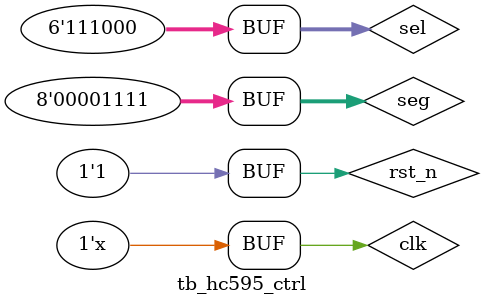
<source format=v>
`timescale 1ns/1ns
module tb_hc595_ctrl ();

reg        clk;
reg        rst_n;
reg [5:0]  sel;
reg [7:0]  seg;

wire stcp;
wire shcp;
wire ds;
wire oe;

initial begin
    clk = 1'b1;
    rst_n <= 1'b0;
    sel  <= 6'd0;
    seg  <= 8'd0;
    #20
    rst_n <= 1'b1;
    sel  <= 6'b101010;
    seg  <= 8'b01010101;
    #20000
    sel  <= 6'b111000;
    seg  <= 8'b00001111;
end

always #10 clk = ~ clk;

hc595_ctrl hc595_ctrl_inst
(
    .clk    (clk  )    ,
    .rst_n  (rst_n)    ,
    .sel    (sel )    ,
    .seg    (seg)    ,  

    .stcp (stcp),
    .shcp (shcp),
    .ds    (ds),
    .oe    (oe)
);

endmodule
</source>
